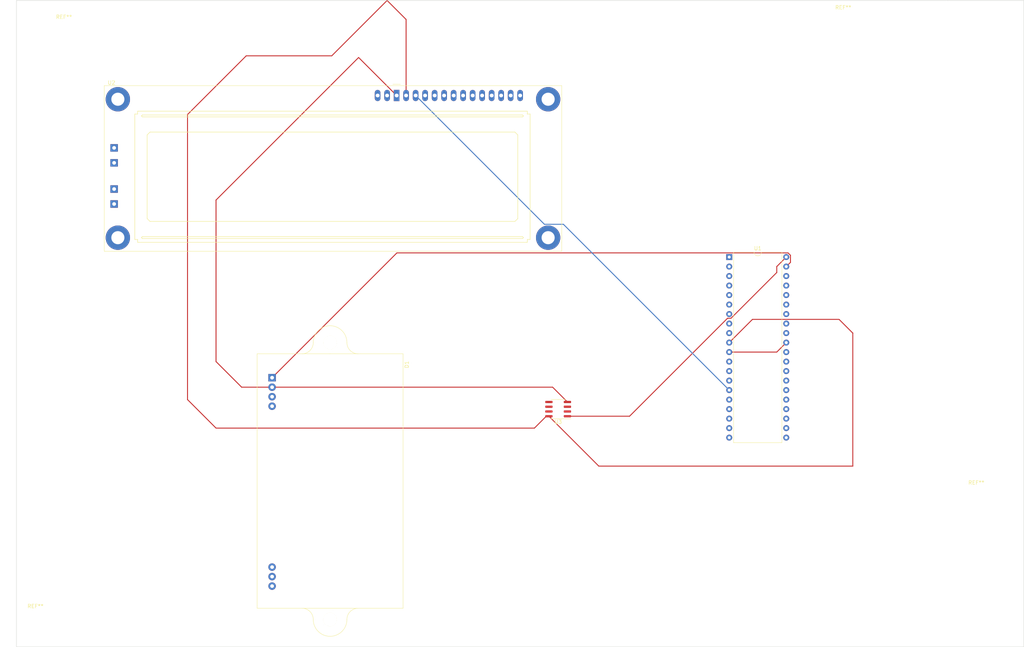
<source format=kicad_pcb>
(kicad_pcb (version 20211014) (generator pcbnew)
  (layers (0 "F.Cu" signal) (31 "B.Cu" signal) (34 "B.Paste" user) (35 "F.Paste" user) (36 "B.SilkS" user "B.Silkscreen") (37 "F.SilkS" user "F.Silkscreen") (38 "B.Mask" user) (39 "F.Mask" user) (44 "Edge.Cuts" user))
  (net 0 "")
  (net 11 "Net-(U1-Pad11)")
  (net 15 "Net-(U1-Pad15)")
  (net 30 "VCC")
  (net 38 "Net-(D1-Pad1)")
  (net 39 "Net-(U1-Pad40)")
  (net 40 "GNDD")
  (footprint "Package_SO:SOIC-8_3.9x4.9mm_P1.27mm" (layer "F.Cu") (at 160.02 137.16 180)
    (fp_text reference "U3" (at 0 -3.4) (layer "F.SilkS"))
    (fp_text value "LM35-D")
    (fp_line (start 0 -2.56) (end 1.95 -2.56) (layer "F.SilkS") (width 0.12))
    (fp_line (start 0 2.56) (end 1.95 2.56) (layer "F.SilkS") (width 0.12))
    (fp_line (start 0 2.56) (end -1.95 2.56) (layer "F.SilkS") (width 0.12))
    (fp_line (start 0 -2.56) (end -3.45 -2.56) (layer "F.SilkS") (width 0.12))
    (pad "1" smd roundrect (at -2.475 -1.905 180) (size 1.95 0.6) (layers "F.Cu" "F.Paste" "F.Mask") (net 39 "Net-(U1-Pad40)"))
    (pad "2" smd roundrect (at -2.475 -0.635 180) (size 1.95 0.6) (layers "F.Cu" "F.Paste" "F.Mask"))
    (pad "3" smd roundrect (at -2.475 0.635 180) (size 1.95 0.6) (layers "F.Cu" "F.Paste" "F.Mask"))
    (pad "4" smd roundrect (at -2.475 1.905 180) (size 1.95 0.6) (layers "F.Cu" "F.Paste" "F.Mask") (net 40 "GNDD"))
    (pad "5" smd roundrect (at 2.475 1.905 180) (size 1.95 0.6) (layers "F.Cu" "F.Paste" "F.Mask"))
    (pad "6" smd roundrect (at 2.475 0.635 180) (size 1.95 0.6) (layers "F.Cu" "F.Paste" "F.Mask"))
    (pad "7" smd roundrect (at 2.475 -0.635 180) (size 1.95 0.6) (layers "F.Cu" "F.Paste" "F.Mask"))
    (pad "8" smd roundrect (at 2.475 -1.905 180) (size 1.95 0.6) (layers "F.Cu" "F.Paste" "F.Mask") (net 30 "VCC"))
  )
  (footprint "MountingHole:MountingHole_2.2mm_M2" (layer "F.Cu") (at 27.94 35.56)
    (fp_text reference "REF**" (at 0 -3.2) (layer "F.SilkS"))
    (fp_text value "MountingHole_2.2mm_M2")
    (pad "" np_thru_hole circle (at 0 0) (size 2.2 2.2) (drill 2.2) (layers *.Cu *.Mask))
  )
  (footprint "MountingHole:MountingHole_2.2mm_M2" (layer "F.Cu") (at 236.22 33.02)
    (fp_text reference "REF**" (at 0 -3.2) (layer "F.SilkS"))
    (fp_text value "MountingHole_2.2mm_M2")
    (pad "" np_thru_hole circle (at 0 0) (size 2.2 2.2) (drill 2.2) (layers *.Cu *.Mask))
  )
  (footprint "MountingHole:MountingHole_2.2mm_M2" (layer "F.Cu") (at 271.78 160.02)
    (fp_text reference "REF**" (at 0 -3.2) (layer "F.SilkS"))
    (fp_text value "MountingHole_2.2mm_M2")
    (pad "" np_thru_hole circle (at 0 0) (size 2.2 2.2) (drill 2.2) (layers *.Cu *.Mask))
  )
  (footprint "Package_DIP:DIP-40_W15.24mm" (layer "F.Cu") (at 205.74 96.52)
    (fp_text reference "U1" (at 7.62 -2.33) (layer "F.SilkS"))
    (fp_text value "ATmega32A-P")
    (fp_line (start 14.08 49.59) (end 14.08 -1.33) (layer "F.SilkS") (width 0.12))
    (fp_line (start 1.16 49.59) (end 14.08 49.59) (layer "F.SilkS") (width 0.12))
    (fp_line (start 1.16 -1.33) (end 1.16 49.59) (layer "F.SilkS") (width 0.12))
    (fp_line (start 6.62 -1.33) (end 1.16 -1.33) (layer "F.SilkS") (width 0.12))
    (fp_line (start 14.08 -1.33) (end 8.62 -1.33) (layer "F.SilkS") (width 0.12))
    (fp_arc (start 8.62 -1.33) (mid 7.62 -0.33) (end 6.62 -1.33) (layer "F.SilkS") (width 0.12))
    (pad "1" thru_hole rect (at 0 0) (size 1.6 1.6) (drill 0.8) (layers *.Cu *.Mask))
    (pad "2" thru_hole oval (at 0 2.54) (size 1.6 1.6) (drill 0.8) (layers *.Cu *.Mask))
    (pad "3" thru_hole oval (at 0 5.08) (size 1.6 1.6) (drill 0.8) (layers *.Cu *.Mask))
    (pad "4" thru_hole oval (at 0 7.62) (size 1.6 1.6) (drill 0.8) (layers *.Cu *.Mask))
    (pad "5" thru_hole oval (at 0 10.16) (size 1.6 1.6) (drill 0.8) (layers *.Cu *.Mask))
    (pad "6" thru_hole oval (at 0 12.7) (size 1.6 1.6) (drill 0.8) (layers *.Cu *.Mask))
    (pad "7" thru_hole oval (at 0 15.24) (size 1.6 1.6) (drill 0.8) (layers *.Cu *.Mask))
    (pad "8" thru_hole oval (at 0 17.78) (size 1.6 1.6) (drill 0.8) (layers *.Cu *.Mask))
    (pad "9" thru_hole oval (at 0 20.32) (size 1.6 1.6) (drill 0.8) (layers *.Cu *.Mask))
    (pad "10" thru_hole oval (at 0 22.86) (size 1.6 1.6) (drill 0.8) (layers *.Cu *.Mask) (net 30 "VCC"))
    (pad "11" thru_hole oval (at 0 25.4) (size 1.6 1.6) (drill 0.8) (layers *.Cu *.Mask) (net 11 "Net-(U1-Pad11)"))
    (pad "12" thru_hole oval (at 0 27.94) (size 1.6 1.6) (drill 0.8) (layers *.Cu *.Mask))
    (pad "13" thru_hole oval (at 0 30.48) (size 1.6 1.6) (drill 0.8) (layers *.Cu *.Mask))
    (pad "14" thru_hole oval (at 0 33.02) (size 1.6 1.6) (drill 0.8) (layers *.Cu *.Mask))
    (pad "15" thru_hole oval (at 0 35.56) (size 1.6 1.6) (drill 0.8) (layers *.Cu *.Mask) (net 15 "Net-(U1-Pad15)"))
    (pad "16" thru_hole oval (at 0 38.1) (size 1.6 1.6) (drill 0.8) (layers *.Cu *.Mask))
    (pad "17" thru_hole oval (at 0 40.64) (size 1.6 1.6) (drill 0.8) (layers *.Cu *.Mask))
    (pad "18" thru_hole oval (at 0 43.18) (size 1.6 1.6) (drill 0.8) (layers *.Cu *.Mask))
    (pad "19" thru_hole oval (at 0 45.72) (size 1.6 1.6) (drill 0.8) (layers *.Cu *.Mask))
    (pad "20" thru_hole oval (at 0 48.26) (size 1.6 1.6) (drill 0.8) (layers *.Cu *.Mask))
    (pad "21" thru_hole oval (at 15.24 48.26) (size 1.6 1.6) (drill 0.8) (layers *.Cu *.Mask))
    (pad "22" thru_hole oval (at 15.24 45.72) (size 1.6 1.6) (drill 0.8) (layers *.Cu *.Mask))
    (pad "23" thru_hole oval (at 15.24 43.18) (size 1.6 1.6) (drill 0.8) (layers *.Cu *.Mask))
    (pad "24" thru_hole oval (at 15.24 40.64) (size 1.6 1.6) (drill 0.8) (layers *.Cu *.Mask))
    (pad "25" thru_hole oval (at 15.24 38.1) (size 1.6 1.6) (drill 0.8) (layers *.Cu *.Mask))
    (pad "26" thru_hole oval (at 15.24 35.56) (size 1.6 1.6) (drill 0.8) (layers *.Cu *.Mask))
    (pad "27" thru_hole oval (at 15.24 33.02) (size 1.6 1.6) (drill 0.8) (layers *.Cu *.Mask))
    (pad "28" thru_hole oval (at 15.24 30.48) (size 1.6 1.6) (drill 0.8) (layers *.Cu *.Mask))
    (pad "29" thru_hole oval (at 15.24 27.94) (size 1.6 1.6) (drill 0.8) (layers *.Cu *.Mask))
    (pad "30" thru_hole oval (at 15.24 25.4) (size 1.6 1.6) (drill 0.8) (layers *.Cu *.Mask))
    (pad "31" thru_hole oval (at 15.24 22.86) (size 1.6 1.6) (drill 0.8) (layers *.Cu *.Mask) (net 11 "Net-(U1-Pad11)"))
    (pad "32" thru_hole oval (at 15.24 20.32) (size 1.6 1.6) (drill 0.8) (layers *.Cu *.Mask))
    (pad "33" thru_hole oval (at 15.24 17.78) (size 1.6 1.6) (drill 0.8) (layers *.Cu *.Mask))
    (pad "34" thru_hole oval (at 15.24 15.24) (size 1.6 1.6) (drill 0.8) (layers *.Cu *.Mask))
    (pad "35" thru_hole oval (at 15.24 12.7) (size 1.6 1.6) (drill 0.8) (layers *.Cu *.Mask))
    (pad "36" thru_hole oval (at 15.24 10.16) (size 1.6 1.6) (drill 0.8) (layers *.Cu *.Mask))
    (pad "37" thru_hole oval (at 15.24 7.62) (size 1.6 1.6) (drill 0.8) (layers *.Cu *.Mask))
    (pad "38" thru_hole oval (at 15.24 5.08) (size 1.6 1.6) (drill 0.8) (layers *.Cu *.Mask))
    (pad "39" thru_hole oval (at 15.24 2.54) (size 1.6 1.6) (drill 0.8) (layers *.Cu *.Mask) (net 38 "Net-(D1-Pad1)"))
    (pad "40" thru_hole oval (at 15.24 0) (size 1.6 1.6) (drill 0.8) (layers *.Cu *.Mask) (net 39 "Net-(U1-Pad40)"))
  )
  (footprint "Audio_Module:Reverb_BTDR-1H" (layer "F.Cu") (at 83.56 128.76 -90)
    (fp_text reference "D1" (at -3.5 -36 90) (layer "F.SilkS"))
    (fp_text value "LED")
    (fp_line (start 61.62 -35) (end 61.62 4) (layer "F.SilkS") (width 0.12))
    (fp_line (start -6.38 -15.5) (end -6.38 4) (layer "F.SilkS") (width 0.12))
    (fp_line (start -6.38 -35) (end 61.62 -35) (layer "F.SilkS") (width 0.12))
    (fp_line (start -6.38 4) (end 61.62 4) (layer "F.SilkS") (width 0.12))
    (fp_line (start -6.38 -15.5) (end -6.38 -35) (layer "F.SilkS") (width 0.12))
    (fp_arc (start 61.62 -8) (mid 62.49868 -10.12132) (end 64.62 -11) (layer "F.SilkS") (width 0.12))
    (fp_arc (start 64.62 -20) (mid 69.12 -15.5) (end 64.62 -11) (layer "F.SilkS") (width 0.12))
    (fp_arc (start -6.38 -23) (mid -7.25868 -20.87868) (end -9.38 -20) (layer "F.SilkS") (width 0.12))
    (fp_arc (start -9.38 -11) (mid -13.88 -15.5) (end -9.38 -20) (layer "F.SilkS") (width 0.12))
    (fp_arc (start 64.62 -20) (mid 62.49868 -20.87868) (end 61.62 -23) (layer "F.SilkS") (width 0.12))
    (fp_arc (start -9.38 -11) (mid -7.25868 -10.12132) (end -6.38 -8) (layer "F.SilkS") (width 0.12))
    (fp_circle (center -9.38 -15.5) (end -7.63 -15.5) (layer "F.SilkS") (width 0.12) (fill none))
    (fp_circle (center 64.62 -15.5) (end 66.37 -15.5) (layer "F.SilkS") (width 0.12) (fill none))
    (pad "" np_thru_hole circle (at 64.62 -15.5 270) (size 3.7 3.7) (drill 3.7) (layers *.Cu *.Mask))
    (pad "" np_thru_hole circle (at -9.38 -15.5 270) (size 3.7 3.7) (drill 3.7) (layers *.Cu *.Mask))
    (pad "1" thru_hole rect (at 0 0 270) (size 2 2) (drill 1) (layers *.Cu *.Mask) (net 38 "Net-(D1-Pad1)"))
    (pad "2" thru_hole circle (at 2.54 0 270) (size 2 2) (drill 1) (layers *.Cu *.Mask) (net 40 "GNDD"))
    (pad "3" thru_hole circle (at 5.08 0 270) (size 2 2) (drill 1) (layers *.Cu *.Mask))
    (pad "4" thru_hole circle (at 7.62 0 270) (size 2 2) (drill 1) (layers *.Cu *.Mask))
    (pad "5" thru_hole circle (at 50.62 0 270) (size 2 2) (drill 1) (layers *.Cu *.Mask))
    (pad "6" thru_hole circle (at 53.16 0 270) (size 2 2) (drill 1) (layers *.Cu *.Mask))
    (pad "7" thru_hole circle (at 55.7 0 270) (size 2 2) (drill 1) (layers *.Cu *.Mask))
  )
  (footprint "Display:LCD-016N002L" (layer "F.Cu") (at 116.84 53.34)
    (fp_text reference "U2" (at -76.21 -3.41 180) (layer "F.SilkS"))
    (fp_text value "LCD-016N002L")
    (fp_line (start 33.655 38.227) (end 33.909 37.973) (layer "F.SilkS") (width 0.15))
    (fp_line (start 32.385 32.893) (end 31.623 33.655) (layer "F.SilkS") (width 0.15))
    (fp_line (start -67.945 37.719) (end -68.199 37.973) (layer "F.SilkS") (width 0.15))
    (fp_line (start 31.623 9.779) (end 32.385 10.541) (layer "F.SilkS") (width 0.15))
    (fp_line (start 34.925 38.481) (end 34.925 39.243) (layer "F.SilkS") (width 0.15))
    (fp_line (start -65.913 33.655) (end -66.675 32.893) (layer "F.SilkS") (width 0.15))
    (fp_line (start -67.945 5.207) (end -68.199 5.461) (layer "F.SilkS") (width 0.15))
    (fp_line (start -68.199 37.973) (end -67.945 38.227) (layer "F.SilkS") (width 0.15))
    (fp_line (start -66.675 10.541) (end -65.913 9.779) (layer "F.SilkS") (width 0.15))
    (fp_line (start 33.655 5.207) (end 33.909 5.461) (layer "F.SilkS") (width 0.15))
    (fp_line (start -69.215 39.243) (end 34.925 39.243) (layer "F.SilkS") (width 0.15))
    (fp_line (start 33.909 37.973) (end 33.655 37.719) (layer "F.SilkS") (width 0.15))
    (fp_line (start 44.14 -2.64) (end 44.14 41.64) (layer "F.SilkS") (width 0.12))
    (fp_line (start -1 -3) (end 1 -3) (layer "F.SilkS") (width 0.12))
    (fp_line (start 33.655 5.207) (end -67.945 5.207) (layer "F.SilkS") (width 0.15))
    (fp_line (start -69.215 4.953) (end -69.977 4.953) (layer "F.SilkS") (width 0.15))
    (fp_line (start -66.675 32.893) (end -66.675 10.541) (layer "F.SilkS") (width 0.15))
    (fp_line (start 44.14 -2.64) (end -78.14 -2.64) (layer "F.SilkS") (width 0.12))
    (fp_line (start -68.199 5.461) (end -67.945 5.715) (layer "F.SilkS") (width 0.15))
    (fp_line (start -67.945 5.715) (end 33.655 5.715) (layer "F.SilkS") (width 0.15))
    (fp_line (start 33.655 37.719) (end -67.945 37.719) (layer "F.SilkS") (width 0.15))
    (fp_line (start -78.14 41.64) (end 44.14 41.64) (layer "F.SilkS") (width 0.12))
    (fp_line (start 34.925 4.953) (end 35.687 4.953) (layer "F.SilkS") (width 0.15))
    (fp_line (start 32.385 10.541) (end 32.385 32.893) (layer "F.SilkS") (width 0.15))
    (fp_line (start 33.909 5.461) (end 33.655 5.715) (layer "F.SilkS") (width 0.15))
    (fp_line (start -69.977 4.953) (end -69.977 38.481) (layer "F.SilkS") (width 0.15))
    (fp_line (start -69.215 38.481) (end -69.977 38.481) (layer "F.SilkS") (width 0.15))
    (fp_line (start 35.687 38.481) (end 34.925 38.481) (layer "F.SilkS") (width 0.15))
    (fp_line (start -69.215 39.243) (end -69.215 38.481) (layer "F.SilkS") (width 0.15))
    (fp_line (start -69.215 4.191) (end -69.215 4.953) (layer "F.SilkS") (width 0.15))
    (fp_line (start -78.14 -2.64) (end -78.14 41.64) (layer "F.SilkS") (width 0.12))
    (fp_line (start -67.945 38.227) (end 33.655 38.227) (layer "F.SilkS") (width 0.15))
    (fp_line (start 35.687 38.481) (end 35.687 4.953) (layer "F.SilkS") (width 0.15))
    (fp_line (start -65.913 9.779) (end 31.623 9.779) (layer "F.SilkS") (width 0.15))
    (fp_line (start 34.925 4.191) (end 34.925 4.953) (layer "F.SilkS") (width 0.15))
    (fp_line (start 31.623 33.655) (end -65.913 33.655) (layer "F.SilkS") (width 0.15))
    (fp_line (start 34.925 4.191) (end -69.215 4.191) (layer "F.SilkS") (width 0.15))
    (pad "" thru_hole circle (at 40.5 38 180) (size 6.5 6.5) (drill 3.5) (layers *.Cu *.Mask))
    (pad "" thru_hole circle (at -74.5 38 180) (size 6.5 6.5) (drill 3.5) (layers *.Cu *.Mask))
    (pad "" thru_hole circle (at 40.5 1 180) (size 6.5 6.5) (drill 3.5) (layers *.Cu *.Mask))
    (pad "" thru_hole circle (at -74.5 1 180) (size 6.5 6.5) (drill 3.5) (layers *.Cu *.Mask))
    (pad "1" thru_hole rect (at 0 0 180) (size 1.5 3) (drill 1) (layers *.Cu *.Mask) (net 40 "GNDD"))
    (pad "2" thru_hole oval (at 2.54 0 180) (size 1.5 3) (drill 1) (layers *.Cu *.Mask) (net 30 "VCC"))
    (pad "3" thru_hole oval (at 5.08 0 180) (size 1.5 3) (drill 1) (layers *.Cu *.Mask) (net 15 "Net-(U1-Pad15)"))
    (pad "4" thru_hole oval (at 7.62 0 180) (size 1.5 3) (drill 1) (layers *.Cu *.Mask))
    (pad "5" thru_hole oval (at 10.16 0 180) (size 1.5 3) (drill 1) (layers *.Cu *.Mask))
    (pad "6" thru_hole oval (at 12.7 0 180) (size 1.5 3) (drill 1) (layers *.Cu *.Mask))
    (pad "7" thru_hole oval (at 15.24 0 180) (size 1.5 3) (drill 1) (layers *.Cu *.Mask))
    (pad "8" thru_hole oval (at 17.78 0 180) (size 1.5 3) (drill 1) (layers *.Cu *.Mask))
    (pad "9" thru_hole oval (at 20.32 0 180) (size 1.5 3) (drill 1) (layers *.Cu *.Mask))
    (pad "10" thru_hole oval (at 22.86 0 180) (size 1.5 3) (drill 1) (layers *.Cu *.Mask))
    (pad "11" thru_hole oval (at 25.4 0 180) (size 1.5 3) (drill 1) (layers *.Cu *.Mask))
    (pad "12" thru_hole oval (at 27.94 0 180) (size 1.5 3) (drill 1) (layers *.Cu *.Mask))
    (pad "13" thru_hole oval (at 30.48 0 180) (size 1.5 3) (drill 1) (layers *.Cu *.Mask))
    (pad "14" thru_hole oval (at 33.02 0 180) (size 1.5 3) (drill 1) (layers *.Cu *.Mask))
    (pad "15" thru_hole oval (at -2.54 0 180) (size 1.5 3) (drill 1) (layers *.Cu *.Mask))
    (pad "16" thru_hole oval (at -5.08 0 180) (size 1.5 3) (drill 1) (layers *.Cu *.Mask))
    (pad "A1" thru_hole rect (at -75.5 14 180) (size 2 2) (drill 1) (layers *.Cu *.Mask))
    (pad "A2" thru_hole rect (at -75.5 25 180) (size 2 2) (drill 1) (layers *.Cu *.Mask))
    (pad "K1" thru_hole rect (at -75.5 18 180) (size 2 2) (drill 1) (layers *.Cu *.Mask))
    (pad "K2" thru_hole rect (at -75.5 29 180) (size 2 2) (drill 1) (layers *.Cu *.Mask))
  )
  (footprint "MountingHole:MountingHole_2.2mm_M2" (layer "F.Cu") (at 20.32 193.04)
    (fp_text reference "REF**" (at 0 -3.2) (layer "F.SilkS"))
    (fp_text value "MountingHole_2.2mm_M2")
    (pad "" np_thru_hole circle (at 0 0) (size 2.2 2.2) (drill 2.2) (layers *.Cu *.Mask))
  )
  (gr_line (start 15.24 27.94) (end 15.24 200.66) (layer "Edge.Cuts") (width 0.1))
  (gr_line (start 284.48 27.94) (end 264.16 27.94) (layer "Edge.Cuts") (width 0.1))
  (gr_line (start 15.24 200.66) (end 284.48 200.66) (layer "Edge.Cuts") (width 0.1))
  (gr_line (start 284.48 200.66) (end 284.48 27.94) (layer "Edge.Cuts") (width 0.1))
  (gr_line (start 264.16 27.94) (end 15.24 27.94) (layer "Edge.Cuts") (width 0.1))
  (segment (start 205.74 121.92) (end 218.44 121.92) (width 0.25) (layer "F.Cu") (net 11))
  (segment (start 218.44 121.92) (end 220.98 119.38) (width 0.25) (layer "F.Cu") (net 11))
  (segment (start 156.345489 87.765489) (end 161.425489 87.765489) (width 0.25) (layer "B.Cu") (net 15))
  (segment (start 161.425489 87.765489) (end 205.74 132.08) (width 0.25) (layer "B.Cu") (net 15))
  (segment (start 121.92 53.34) (end 156.345489 87.765489) (width 0.25) (layer "B.Cu") (net 15))
  (segment (start 114.3 27.94) (end 119.38 33.02) (width 0.25) (layer "F.Cu") (net 30))
  (segment (start 238.76 152.4) (end 238.76 116.84) (width 0.25) (layer "F.Cu") (net 30))
  (segment (start 68.58 142.24) (end 60.96 134.62) (width 0.25) (layer "F.Cu") (net 30))
  (segment (start 99.50952 42.73048) (end 114.3 27.94) (width 0.25) (layer "F.Cu") (net 30))
  (segment (start 60.96 58.42) (end 76.64952 42.73048) (width 0.25) (layer "F.Cu") (net 30))
  (segment (start 157.545 139.065) (end 170.88 152.4) (width 0.25) (layer "F.Cu") (net 30))
  (segment (start 156.845 139.065) (end 153.67 142.24) (width 0.25) (layer "F.Cu") (net 30))
  (segment (start 238.76 116.84) (end 235.095489 113.175489) (width 0.25) (layer "F.Cu") (net 30))
  (segment (start 170.88 152.4) (end 238.76 152.4) (width 0.25) (layer "F.Cu") (net 30))
  (segment (start 211.944511 113.175489) (end 205.74 119.38) (width 0.25) (layer "F.Cu") (net 30))
  (segment (start 235.095489 113.175489) (end 211.944511 113.175489) (width 0.25) (layer "F.Cu") (net 30))
  (segment (start 60.96 134.62) (end 60.96 58.42) (width 0.25) (layer "F.Cu") (net 30))
  (segment (start 157.545 139.065) (end 156.845 139.065) (width 0.25) (layer "F.Cu") (net 30))
  (segment (start 153.67 142.24) (end 68.58 142.24) (width 0.25) (layer "F.Cu") (net 30))
  (segment (start 76.64952 42.73048) (end 99.50952 42.73048) (width 0.25) (layer "F.Cu") (net 30))
  (segment (start 119.38 33.02) (end 119.38 53.34) (width 0.25) (layer "F.Cu") (net 30))
  (segment (start 222.104511 97.935489) (end 222.104511 96.054211) (width 0.25) (layer "F.Cu") (net 38))
  (segment (start 222.104511 96.054211) (end 221.445789 95.395489) (width 0.25) (layer "F.Cu") (net 38))
  (segment (start 221.445789 95.395489) (end 116.924511 95.395489) (width 0.25) (layer "F.Cu") (net 38))
  (segment (start 220.98 99.06) (end 222.104511 97.935489) (width 0.25) (layer "F.Cu") (net 38))
  (segment (start 116.924511 95.395489) (end 83.56 128.76) (width 0.25) (layer "F.Cu") (net 38))
  (segment (start 205.274211 112.884511) (end 206.205789 112.884511) (width 0.25) (layer "F.Cu") (net 39))
  (segment (start 218.44 99.06) (end 220.98 96.52) (width 0.25) (layer "F.Cu") (net 39))
  (segment (start 206.205789 112.884511) (end 218.44 100.6503) (width 0.25) (layer "F.Cu") (net 39))
  (segment (start 218.44 100.6503) (end 218.44 99.06) (width 0.25) (layer "F.Cu") (net 39))
  (segment (start 179.093722 139.065) (end 205.274211 112.884511) (width 0.25) (layer "F.Cu") (net 39))
  (segment (start 162.495 139.065) (end 179.093722 139.065) (width 0.25) (layer "F.Cu") (net 39))
  (segment (start 68.58 81.28) (end 106.68 43.18) (width 0.25) (layer "F.Cu") (net 40))
  (segment (start 75.42 131.3) (end 68.58 124.46) (width 0.25) (layer "F.Cu") (net 40))
  (segment (start 68.58 124.46) (end 68.58 81.28) (width 0.25) (layer "F.Cu") (net 40))
  (segment (start 106.68 43.18) (end 116.84 53.34) (width 0.25) (layer "F.Cu") (net 40))
  (segment (start 83.56 131.3) (end 158.54 131.3) (width 0.25) (layer "F.Cu") (net 40))
  (segment (start 158.54 131.3) (end 162.495 135.255) (width 0.25) (layer "F.Cu") (net 40))
  (segment (start 83.56 131.3) (end 75.42 131.3) (width 0.25) (layer "F.Cu") (net 40))
)
</source>
